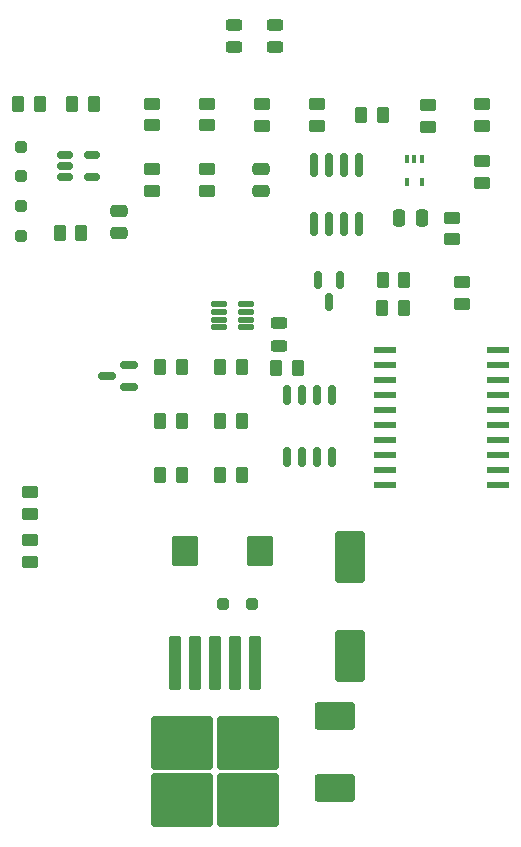
<source format=gtp>
G04 #@! TF.GenerationSoftware,KiCad,Pcbnew,7.0.10*
G04 #@! TF.CreationDate,2024-03-17T21:58:49+02:00*
G04 #@! TF.ProjectId,MasterShield,4d617374-6572-4536-9869-656c642e6b69,rev?*
G04 #@! TF.SameCoordinates,Original*
G04 #@! TF.FileFunction,Paste,Top*
G04 #@! TF.FilePolarity,Positive*
%FSLAX46Y46*%
G04 Gerber Fmt 4.6, Leading zero omitted, Abs format (unit mm)*
G04 Created by KiCad (PCBNEW 7.0.10) date 2024-03-17 21:58:49*
%MOMM*%
%LPD*%
G01*
G04 APERTURE LIST*
G04 Aperture macros list*
%AMRoundRect*
0 Rectangle with rounded corners*
0 $1 Rounding radius*
0 $2 $3 $4 $5 $6 $7 $8 $9 X,Y pos of 4 corners*
0 Add a 4 corners polygon primitive as box body*
4,1,4,$2,$3,$4,$5,$6,$7,$8,$9,$2,$3,0*
0 Add four circle primitives for the rounded corners*
1,1,$1+$1,$2,$3*
1,1,$1+$1,$4,$5*
1,1,$1+$1,$6,$7*
1,1,$1+$1,$8,$9*
0 Add four rect primitives between the rounded corners*
20,1,$1+$1,$2,$3,$4,$5,0*
20,1,$1+$1,$4,$5,$6,$7,0*
20,1,$1+$1,$6,$7,$8,$9,0*
20,1,$1+$1,$8,$9,$2,$3,0*%
G04 Aperture macros list end*
%ADD10RoundRect,0.250000X0.262500X0.450000X-0.262500X0.450000X-0.262500X-0.450000X0.262500X-0.450000X0*%
%ADD11RoundRect,0.250000X-0.875000X-1.025000X0.875000X-1.025000X0.875000X1.025000X-0.875000X1.025000X0*%
%ADD12RoundRect,0.250000X0.450000X-0.262500X0.450000X0.262500X-0.450000X0.262500X-0.450000X-0.262500X0*%
%ADD13RoundRect,0.250000X-0.262500X-0.450000X0.262500X-0.450000X0.262500X0.450000X-0.262500X0.450000X0*%
%ADD14RoundRect,0.250000X0.250000X-0.250000X0.250000X0.250000X-0.250000X0.250000X-0.250000X-0.250000X0*%
%ADD15RoundRect,0.250000X-0.450000X0.262500X-0.450000X-0.262500X0.450000X-0.262500X0.450000X0.262500X0*%
%ADD16RoundRect,0.250000X-0.250000X-0.250000X0.250000X-0.250000X0.250000X0.250000X-0.250000X0.250000X0*%
%ADD17RoundRect,0.150000X0.150000X-0.675000X0.150000X0.675000X-0.150000X0.675000X-0.150000X-0.675000X0*%
%ADD18R,0.400000X0.650000*%
%ADD19RoundRect,0.250000X-0.475000X0.250000X-0.475000X-0.250000X0.475000X-0.250000X0.475000X0.250000X0*%
%ADD20RoundRect,0.243750X0.456250X-0.243750X0.456250X0.243750X-0.456250X0.243750X-0.456250X-0.243750X0*%
%ADD21RoundRect,0.150000X-0.150000X0.587500X-0.150000X-0.587500X0.150000X-0.587500X0.150000X0.587500X0*%
%ADD22RoundRect,0.150000X-0.512500X-0.150000X0.512500X-0.150000X0.512500X0.150000X-0.512500X0.150000X0*%
%ADD23RoundRect,0.250000X0.250000X0.475000X-0.250000X0.475000X-0.250000X-0.475000X0.250000X-0.475000X0*%
%ADD24R,1.950000X0.550000*%
%ADD25RoundRect,0.250000X-0.300000X2.050000X-0.300000X-2.050000X0.300000X-2.050000X0.300000X2.050000X0*%
%ADD26RoundRect,0.250000X-2.375000X2.025000X-2.375000X-2.025000X2.375000X-2.025000X2.375000X2.025000X0*%
%ADD27RoundRect,0.250000X1.000000X-1.950000X1.000000X1.950000X-1.000000X1.950000X-1.000000X-1.950000X0*%
%ADD28RoundRect,0.150000X0.587500X0.150000X-0.587500X0.150000X-0.587500X-0.150000X0.587500X-0.150000X0*%
%ADD29RoundRect,0.243750X-0.456250X0.243750X-0.456250X-0.243750X0.456250X-0.243750X0.456250X0.243750X0*%
%ADD30RoundRect,0.150000X0.150000X-0.825000X0.150000X0.825000X-0.150000X0.825000X-0.150000X-0.825000X0*%
%ADD31RoundRect,0.235000X1.465000X-0.940000X1.465000X0.940000X-1.465000X0.940000X-1.465000X-0.940000X0*%
%ADD32RoundRect,0.125000X-0.537500X-0.125000X0.537500X-0.125000X0.537500X0.125000X-0.537500X0.125000X0*%
G04 APERTURE END LIST*
D10*
X208459500Y-64643000D03*
X206634500Y-64643000D03*
X225552000Y-96012000D03*
X223727000Y-96012000D03*
D11*
X220701000Y-102489000D03*
X227101000Y-102489000D03*
D12*
X245872000Y-71270500D03*
X245872000Y-69445500D03*
X207645000Y-103378000D03*
X207645000Y-101553000D03*
D10*
X230298000Y-86995000D03*
X228473000Y-86995000D03*
D13*
X210138000Y-75565000D03*
X211963000Y-75565000D03*
D14*
X206888500Y-75779000D03*
X206888500Y-73279000D03*
D12*
X231893856Y-66444500D03*
X231893856Y-64619500D03*
D13*
X211183000Y-64643000D03*
X213008000Y-64643000D03*
D10*
X239291500Y-79502000D03*
X237466500Y-79502000D03*
D15*
X217932000Y-64596000D03*
X217932000Y-66421000D03*
D13*
X218647000Y-91440000D03*
X220472000Y-91440000D03*
D16*
X223921000Y-106934000D03*
X226421000Y-106934000D03*
D17*
X229362000Y-94531000D03*
X230632000Y-94531000D03*
X231902000Y-94531000D03*
X233172000Y-94531000D03*
X233172000Y-89281000D03*
X231902000Y-89281000D03*
X230632000Y-89281000D03*
X229362000Y-89281000D03*
D18*
X240807000Y-69281000D03*
X240157000Y-69281000D03*
X239507000Y-69281000D03*
X239507000Y-71181000D03*
X240807000Y-71181000D03*
D19*
X215138000Y-73660000D03*
X215138000Y-75560000D03*
D13*
X235646570Y-65532000D03*
X237471570Y-65532000D03*
D10*
X225552000Y-91440000D03*
X223727000Y-91440000D03*
D12*
X217932000Y-71971500D03*
X217932000Y-70146500D03*
D20*
X228346000Y-59817000D03*
X228346000Y-57942000D03*
D15*
X222578666Y-70146500D03*
X222578666Y-71971500D03*
D21*
X233868000Y-79532000D03*
X231968000Y-79532000D03*
X232918000Y-81407000D03*
D22*
X210571500Y-68900000D03*
X210571500Y-69850000D03*
X210571500Y-70800000D03*
X212846500Y-70800000D03*
X212846500Y-68900000D03*
D23*
X240792000Y-74295000D03*
X238892000Y-74295000D03*
D15*
X222578666Y-64596000D03*
X222578666Y-66421000D03*
D12*
X244221000Y-81534000D03*
X244221000Y-79709000D03*
D20*
X224917000Y-59817000D03*
X224917000Y-57942000D03*
D24*
X247193000Y-96901000D03*
X247193000Y-95631000D03*
X247193000Y-94361000D03*
X247193000Y-93091000D03*
X247193000Y-91821000D03*
X247193000Y-90551000D03*
X247193000Y-89281000D03*
X247193000Y-88011000D03*
X247193000Y-86741000D03*
X247193000Y-85471000D03*
X237693000Y-85471000D03*
X237693000Y-86741000D03*
X237693000Y-88011000D03*
X237693000Y-89281000D03*
X237693000Y-90551000D03*
X237693000Y-91821000D03*
X237693000Y-93091000D03*
X237693000Y-94361000D03*
X237693000Y-95631000D03*
X237693000Y-96901000D03*
D10*
X220472000Y-86868000D03*
X218647000Y-86868000D03*
D15*
X243332000Y-74248000D03*
X243332000Y-76073000D03*
D25*
X226666000Y-111954000D03*
X224966000Y-111954000D03*
X223266000Y-111954000D03*
D26*
X226041000Y-118679000D03*
X220491000Y-118679000D03*
X226041000Y-123529000D03*
X220491000Y-123529000D03*
D25*
X221566000Y-111954000D03*
X219866000Y-111954000D03*
D15*
X241274600Y-64697600D03*
X241274600Y-66522600D03*
D12*
X245889500Y-66444500D03*
X245889500Y-64619500D03*
D19*
X227203000Y-70109000D03*
X227203000Y-72009000D03*
D14*
X206888500Y-70719000D03*
X206888500Y-68219000D03*
D27*
X234696000Y-111379000D03*
X234696000Y-102979000D03*
D28*
X215997000Y-88580000D03*
X215997000Y-86680000D03*
X214122000Y-87630000D03*
D10*
X239268000Y-81915000D03*
X237443000Y-81915000D03*
D12*
X207645000Y-99314000D03*
X207645000Y-97489000D03*
D29*
X228727000Y-83185000D03*
X228727000Y-85060000D03*
D10*
X220472000Y-96012000D03*
X218647000Y-96012000D03*
D30*
X231648000Y-74738000D03*
X232918000Y-74738000D03*
X234188000Y-74738000D03*
X235458000Y-74738000D03*
X235458000Y-69788000D03*
X234188000Y-69788000D03*
X232918000Y-69788000D03*
X231648000Y-69788000D03*
D15*
X227228642Y-64619500D03*
X227228642Y-66444500D03*
D31*
X233426000Y-122509000D03*
X233426000Y-116459000D03*
D13*
X223727000Y-86868000D03*
X225552000Y-86868000D03*
D32*
X223652500Y-81575000D03*
X223652500Y-82225000D03*
X223652500Y-82875000D03*
X223652500Y-83525000D03*
X225927500Y-83525000D03*
X225927500Y-82875000D03*
X225927500Y-82225000D03*
X225927500Y-81575000D03*
M02*

</source>
